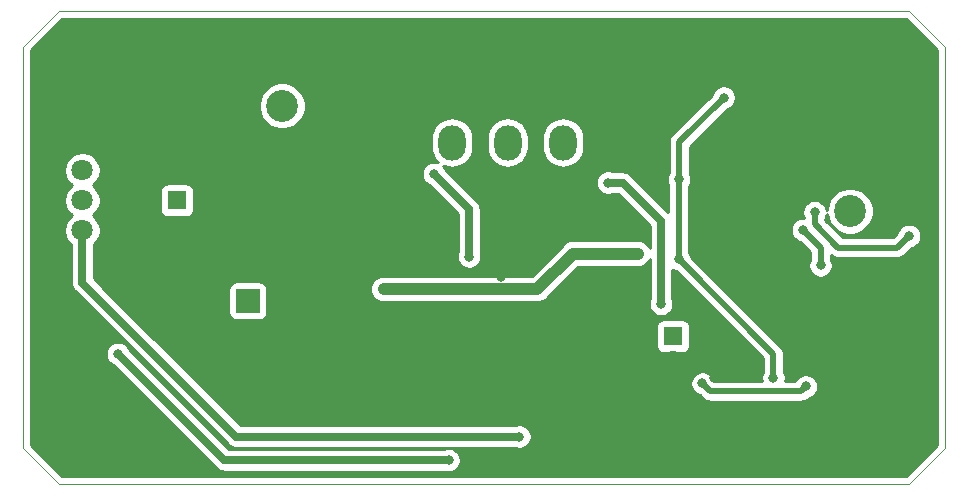
<source format=gbr>
%TF.GenerationSoftware,KiCad,Pcbnew,(5.1.10)-1*%
%TF.CreationDate,2021-05-16T21:49:31+02:00*%
%TF.ProjectId,BatteryBoost,42617474-6572-4794-926f-6f73742e6b69,rev?*%
%TF.SameCoordinates,Original*%
%TF.FileFunction,Copper,L2,Bot*%
%TF.FilePolarity,Positive*%
%FSLAX46Y46*%
G04 Gerber Fmt 4.6, Leading zero omitted, Abs format (unit mm)*
G04 Created by KiCad (PCBNEW (5.1.10)-1) date 2021-05-16 21:49:31*
%MOMM*%
%LPD*%
G01*
G04 APERTURE LIST*
%TA.AperFunction,Profile*%
%ADD10C,0.050000*%
%TD*%
%TA.AperFunction,ComponentPad*%
%ADD11C,1.600000*%
%TD*%
%TA.AperFunction,ComponentPad*%
%ADD12R,1.600000X1.600000*%
%TD*%
%TA.AperFunction,ComponentPad*%
%ADD13C,2.000000*%
%TD*%
%TA.AperFunction,ComponentPad*%
%ADD14R,2.000000X2.000000*%
%TD*%
%TA.AperFunction,ComponentPad*%
%ADD15O,2.300000X3.000000*%
%TD*%
%TA.AperFunction,ComponentPad*%
%ADD16C,2.700000*%
%TD*%
%TA.AperFunction,ComponentPad*%
%ADD17O,1.100000X1.800000*%
%TD*%
%TA.AperFunction,ComponentPad*%
%ADD18C,1.290000*%
%TD*%
%TA.AperFunction,ComponentPad*%
%ADD19C,1.800000*%
%TD*%
%TA.AperFunction,ConnectorPad*%
%ADD20C,5.600000*%
%TD*%
%TA.AperFunction,ComponentPad*%
%ADD21C,3.600000*%
%TD*%
%TA.AperFunction,ViaPad*%
%ADD22C,0.800000*%
%TD*%
%TA.AperFunction,Conductor*%
%ADD23C,0.500000*%
%TD*%
%TA.AperFunction,Conductor*%
%ADD24C,1.000000*%
%TD*%
%TA.AperFunction,Conductor*%
%ADD25C,0.650000*%
%TD*%
%TA.AperFunction,Conductor*%
%ADD26C,0.254000*%
%TD*%
%TA.AperFunction,Conductor*%
%ADD27C,0.100000*%
%TD*%
G04 APERTURE END LIST*
D10*
X3000000Y-40000000D02*
X0Y-37000000D01*
X78000000Y-37000000D02*
X75000000Y-40000000D01*
X75000000Y0D02*
X78000000Y-3000000D01*
X0Y-3000000D02*
X3000000Y0D01*
X78000000Y-37000000D02*
X78000000Y-3000000D01*
X3000000Y-40000000D02*
X75000000Y-40000000D01*
X75000000Y0D02*
X3000000Y0D01*
X0Y-3000000D02*
X0Y-37000000D01*
D11*
%TO.P,C1,2*%
%TO.N,GND*%
X55000000Y-29500000D03*
D12*
%TO.P,C1,1*%
%TO.N,Net-(C1-Pad1)*%
X55000000Y-27500000D03*
%TD*%
D11*
%TO.P,C6,2*%
%TO.N,GND*%
X11000000Y-16000000D03*
D12*
%TO.P,C6,1*%
%TO.N,+24V*%
X13000000Y-16000000D03*
%TD*%
D13*
%TO.P,C4,2*%
%TO.N,GND*%
X14000000Y-24500000D03*
D14*
%TO.P,C4,1*%
%TO.N,Net-(C4-Pad1)*%
X19000000Y-24500000D03*
%TD*%
D15*
%TO.P,SW1,1*%
%TO.N,Net-(C1-Pad1)*%
X36300000Y-11100000D03*
%TO.P,SW1,2*%
%TO.N,SMPS_Pwr*%
X41000000Y-11100000D03*
%TO.P,SW1,3*%
%TO.N,Net-(SW1-Pad3)*%
X45700000Y-11100000D03*
%TD*%
D16*
%TO.P,J6,1*%
%TO.N,Net-(J6-Pad1)*%
X70000000Y-16905000D03*
%TO.P,J6,2*%
%TO.N,GND*%
X70000000Y-13095000D03*
%TD*%
%TO.P,J7,2*%
%TO.N,GND*%
X18095000Y-8000000D03*
%TO.P,J7,1*%
%TO.N,+24V*%
X21905000Y-8000000D03*
%TD*%
D17*
%TO.P,J5,6*%
%TO.N,GND*%
X54400000Y-2200000D03*
D18*
X55575000Y-5000000D03*
X60425000Y-5000000D03*
D17*
X54400000Y-2200000D03*
X61600000Y-2200000D03*
%TD*%
D19*
%TO.P,RV1,3*%
%TO.N,Net-(R7-Pad1)*%
X5000000Y-13460000D03*
%TO.P,RV1,2*%
%TO.N,Net-(R3-Pad2)*%
X5000000Y-16000000D03*
%TO.P,RV1,1*%
%TO.N,Net-(R6-Pad1)*%
X5000000Y-18540000D03*
%TD*%
D20*
%TO.P,J4,1*%
%TO.N,GND*%
X5000000Y-35000000D03*
D21*
X5000000Y-35000000D03*
%TD*%
D20*
%TO.P,J3,1*%
%TO.N,GND*%
X73000000Y-5000000D03*
D21*
X73000000Y-5000000D03*
%TD*%
D20*
%TO.P,J2,1*%
%TO.N,GND*%
X73000000Y-35000000D03*
D21*
X73000000Y-35000000D03*
%TD*%
D20*
%TO.P,J1,1*%
%TO.N,GND*%
X5000000Y-5000000D03*
D21*
X5000000Y-5000000D03*
%TD*%
D22*
%TO.N,GND*%
X40400000Y-22475000D03*
X53500000Y-9250000D03*
X67000000Y-3750000D03*
X42750000Y-27750000D03*
X26250000Y-3250000D03*
X58500000Y-31000000D03*
X63500000Y-15000000D03*
X54000000Y-16000000D03*
%TO.N,+5V*%
X59300000Y-7300000D03*
X63500000Y-31000000D03*
X55525000Y-14225000D03*
X55500000Y-21000000D03*
%TO.N,VBATT*%
X66250000Y-31750000D03*
X57500000Y-31500000D03*
%TO.N,Net-(L1-Pad2)*%
X52000000Y-20500000D03*
X30500000Y-23500000D03*
%TO.N,Net-(D3-Pad1)*%
X67000000Y-17000000D03*
X75000000Y-19000000D03*
%TO.N,Net-(C4-Pad1)*%
X37750000Y-20750000D03*
X34750000Y-13750000D03*
%TO.N,Net-(R3-Pad2)*%
X8000000Y-29000000D03*
X36000000Y-38000000D03*
%TO.N,Net-(R6-Pad1)*%
X42000000Y-36000000D03*
%TO.N,Net-(D1-Pad1)*%
X67500000Y-21500000D03*
X66000000Y-18500000D03*
%TO.N,SMPS_Pwr*%
X49500000Y-14500000D03*
X54000000Y-24750000D03*
%TD*%
D23*
%TO.N,+5V*%
X55525000Y-14225000D02*
X55525000Y-11075000D01*
X55525000Y-11075000D02*
X59300000Y-7300000D01*
X55500000Y-21000000D02*
X55500000Y-14250000D01*
X63500000Y-29000000D02*
X55500000Y-21000000D01*
X55500000Y-14250000D02*
X55525000Y-14225000D01*
X63500000Y-31000000D02*
X63500000Y-29000000D01*
%TO.N,VBATT*%
X65850001Y-32149999D02*
X58149999Y-32149999D01*
X66250000Y-31750000D02*
X65850001Y-32149999D01*
X58149999Y-32149999D02*
X57500000Y-31500000D01*
D24*
%TO.N,Net-(L1-Pad2)*%
X52000000Y-20500000D02*
X46500000Y-20500000D01*
X46500000Y-20500000D02*
X43500000Y-23500000D01*
X43500000Y-23500000D02*
X30500000Y-23500000D01*
D23*
%TO.N,Net-(D3-Pad1)*%
X67000000Y-17000000D02*
X67000000Y-18000000D01*
X67000000Y-18000000D02*
X69000000Y-20000000D01*
X74000000Y-20000000D02*
X75000000Y-19000000D01*
X69000000Y-20000000D02*
X74000000Y-20000000D01*
D25*
%TO.N,Net-(C4-Pad1)*%
X37750000Y-16750000D02*
X37750000Y-20750000D01*
X34750000Y-13750000D02*
X37750000Y-16750000D01*
%TO.N,Net-(R3-Pad2)*%
X36000000Y-38000000D02*
X17000000Y-38000000D01*
X17000000Y-38000000D02*
X8000000Y-29000000D01*
%TO.N,Net-(R6-Pad1)*%
X18000000Y-36000000D02*
X42000000Y-36000000D01*
X5000000Y-23000000D02*
X18000000Y-36000000D01*
X5000000Y-18540000D02*
X5000000Y-23000000D01*
D23*
%TO.N,Net-(D1-Pad1)*%
X67500000Y-20000000D02*
X66000000Y-18500000D01*
X67500000Y-21500000D02*
X67500000Y-20000000D01*
D25*
%TO.N,SMPS_Pwr*%
X49500000Y-14500000D02*
X50750000Y-14500000D01*
X50750000Y-14500000D02*
X54000000Y-17750000D01*
X54000000Y-17750000D02*
X54000000Y-24750000D01*
%TD*%
D26*
%TO.N,GND*%
X77340001Y-3273382D02*
X77340000Y-36726619D01*
X74726620Y-39340000D01*
X3273381Y-39340000D01*
X660000Y-36726620D01*
X660000Y-28898061D01*
X6965000Y-28898061D01*
X6965000Y-29101939D01*
X7004774Y-29301898D01*
X7082795Y-29490256D01*
X7196063Y-29659774D01*
X7340226Y-29803937D01*
X7509744Y-29917205D01*
X7594787Y-29952431D01*
X16287829Y-38645474D01*
X16317893Y-38682107D01*
X16354526Y-38712171D01*
X16464071Y-38802073D01*
X16630846Y-38891216D01*
X16811807Y-38946110D01*
X16952838Y-38960000D01*
X16952847Y-38960000D01*
X16999999Y-38964644D01*
X17047151Y-38960000D01*
X35613060Y-38960000D01*
X35698102Y-38995226D01*
X35898061Y-39035000D01*
X36101939Y-39035000D01*
X36301898Y-38995226D01*
X36490256Y-38917205D01*
X36659774Y-38803937D01*
X36803937Y-38659774D01*
X36917205Y-38490256D01*
X36995226Y-38301898D01*
X37035000Y-38101939D01*
X37035000Y-37898061D01*
X36995226Y-37698102D01*
X36917205Y-37509744D01*
X36803937Y-37340226D01*
X36659774Y-37196063D01*
X36490256Y-37082795D01*
X36301898Y-37004774D01*
X36101939Y-36965000D01*
X35898061Y-36965000D01*
X35698102Y-37004774D01*
X35613060Y-37040000D01*
X17397645Y-37040000D01*
X8952431Y-28594787D01*
X8917205Y-28509744D01*
X8803937Y-28340226D01*
X8659774Y-28196063D01*
X8490256Y-28082795D01*
X8301898Y-28004774D01*
X8101939Y-27965000D01*
X7898061Y-27965000D01*
X7698102Y-28004774D01*
X7509744Y-28082795D01*
X7340226Y-28196063D01*
X7196063Y-28340226D01*
X7082795Y-28509744D01*
X7004774Y-28698102D01*
X6965000Y-28898061D01*
X660000Y-28898061D01*
X660000Y-13308816D01*
X3465000Y-13308816D01*
X3465000Y-13611184D01*
X3523989Y-13907743D01*
X3639701Y-14187095D01*
X3807688Y-14438505D01*
X4021495Y-14652312D01*
X4137763Y-14730000D01*
X4021495Y-14807688D01*
X3807688Y-15021495D01*
X3639701Y-15272905D01*
X3523989Y-15552257D01*
X3465000Y-15848816D01*
X3465000Y-16151184D01*
X3523989Y-16447743D01*
X3639701Y-16727095D01*
X3807688Y-16978505D01*
X4021495Y-17192312D01*
X4137763Y-17270000D01*
X4021495Y-17347688D01*
X3807688Y-17561495D01*
X3639701Y-17812905D01*
X3523989Y-18092257D01*
X3465000Y-18388816D01*
X3465000Y-18691184D01*
X3523989Y-18987743D01*
X3639701Y-19267095D01*
X3807688Y-19518505D01*
X4021495Y-19732312D01*
X4040000Y-19744677D01*
X4040001Y-22952838D01*
X4035356Y-23000000D01*
X4053891Y-23188192D01*
X4108784Y-23369153D01*
X4197927Y-23535928D01*
X4287829Y-23645473D01*
X4317894Y-23682107D01*
X4354527Y-23712171D01*
X17287829Y-36645474D01*
X17317893Y-36682107D01*
X17354525Y-36712170D01*
X17464071Y-36802073D01*
X17522163Y-36833124D01*
X17630846Y-36891216D01*
X17811807Y-36946110D01*
X17952838Y-36960000D01*
X17952847Y-36960000D01*
X17999999Y-36964644D01*
X18047151Y-36960000D01*
X41613060Y-36960000D01*
X41698102Y-36995226D01*
X41898061Y-37035000D01*
X42101939Y-37035000D01*
X42301898Y-36995226D01*
X42490256Y-36917205D01*
X42659774Y-36803937D01*
X42803937Y-36659774D01*
X42917205Y-36490256D01*
X42995226Y-36301898D01*
X43035000Y-36101939D01*
X43035000Y-35898061D01*
X42995226Y-35698102D01*
X42917205Y-35509744D01*
X42803937Y-35340226D01*
X42659774Y-35196063D01*
X42490256Y-35082795D01*
X42301898Y-35004774D01*
X42101939Y-34965000D01*
X41898061Y-34965000D01*
X41698102Y-35004774D01*
X41613060Y-35040000D01*
X18397645Y-35040000D01*
X10057645Y-26700000D01*
X53561928Y-26700000D01*
X53561928Y-28300000D01*
X53574188Y-28424482D01*
X53610498Y-28544180D01*
X53669463Y-28654494D01*
X53748815Y-28751185D01*
X53845506Y-28830537D01*
X53955820Y-28889502D01*
X54075518Y-28925812D01*
X54200000Y-28938072D01*
X55800000Y-28938072D01*
X55924482Y-28925812D01*
X56044180Y-28889502D01*
X56154494Y-28830537D01*
X56251185Y-28751185D01*
X56330537Y-28654494D01*
X56389502Y-28544180D01*
X56425812Y-28424482D01*
X56438072Y-28300000D01*
X56438072Y-26700000D01*
X56425812Y-26575518D01*
X56389502Y-26455820D01*
X56330537Y-26345506D01*
X56251185Y-26248815D01*
X56154494Y-26169463D01*
X56044180Y-26110498D01*
X55924482Y-26074188D01*
X55800000Y-26061928D01*
X54200000Y-26061928D01*
X54075518Y-26074188D01*
X53955820Y-26110498D01*
X53845506Y-26169463D01*
X53748815Y-26248815D01*
X53669463Y-26345506D01*
X53610498Y-26455820D01*
X53574188Y-26575518D01*
X53561928Y-26700000D01*
X10057645Y-26700000D01*
X6857645Y-23500000D01*
X17361928Y-23500000D01*
X17361928Y-25500000D01*
X17374188Y-25624482D01*
X17410498Y-25744180D01*
X17469463Y-25854494D01*
X17548815Y-25951185D01*
X17645506Y-26030537D01*
X17755820Y-26089502D01*
X17875518Y-26125812D01*
X18000000Y-26138072D01*
X20000000Y-26138072D01*
X20124482Y-26125812D01*
X20244180Y-26089502D01*
X20354494Y-26030537D01*
X20451185Y-25951185D01*
X20530537Y-25854494D01*
X20589502Y-25744180D01*
X20625812Y-25624482D01*
X20638072Y-25500000D01*
X20638072Y-23500000D01*
X29359509Y-23500000D01*
X29381423Y-23722499D01*
X29446324Y-23936447D01*
X29551716Y-24133623D01*
X29693551Y-24306449D01*
X29866377Y-24448284D01*
X30063553Y-24553676D01*
X30277501Y-24618577D01*
X30444248Y-24635000D01*
X43444249Y-24635000D01*
X43500000Y-24640491D01*
X43555751Y-24635000D01*
X43555752Y-24635000D01*
X43722499Y-24618577D01*
X43936447Y-24553676D01*
X44133623Y-24448284D01*
X44306449Y-24306449D01*
X44341996Y-24263135D01*
X46970133Y-21635000D01*
X52055752Y-21635000D01*
X52222499Y-21618577D01*
X52436447Y-21553676D01*
X52633623Y-21448284D01*
X52806449Y-21306449D01*
X52948284Y-21133623D01*
X53040000Y-20962032D01*
X53040001Y-24363057D01*
X53004774Y-24448102D01*
X52965000Y-24648061D01*
X52965000Y-24851939D01*
X53004774Y-25051898D01*
X53082795Y-25240256D01*
X53196063Y-25409774D01*
X53340226Y-25553937D01*
X53509744Y-25667205D01*
X53698102Y-25745226D01*
X53898061Y-25785000D01*
X54101939Y-25785000D01*
X54301898Y-25745226D01*
X54490256Y-25667205D01*
X54659774Y-25553937D01*
X54803937Y-25409774D01*
X54917205Y-25240256D01*
X54995226Y-25051898D01*
X55035000Y-24851939D01*
X55035000Y-24648061D01*
X54995226Y-24448102D01*
X54960000Y-24363060D01*
X54960000Y-21883967D01*
X55009744Y-21917205D01*
X55198102Y-21995226D01*
X55254957Y-22006535D01*
X62615001Y-29366580D01*
X62615000Y-30461545D01*
X62582795Y-30509744D01*
X62504774Y-30698102D01*
X62465000Y-30898061D01*
X62465000Y-31101939D01*
X62497434Y-31264999D01*
X58516578Y-31264999D01*
X58506535Y-31254956D01*
X58495226Y-31198102D01*
X58417205Y-31009744D01*
X58303937Y-30840226D01*
X58159774Y-30696063D01*
X57990256Y-30582795D01*
X57801898Y-30504774D01*
X57601939Y-30465000D01*
X57398061Y-30465000D01*
X57198102Y-30504774D01*
X57009744Y-30582795D01*
X56840226Y-30696063D01*
X56696063Y-30840226D01*
X56582795Y-31009744D01*
X56504774Y-31198102D01*
X56465000Y-31398061D01*
X56465000Y-31601939D01*
X56504774Y-31801898D01*
X56582795Y-31990256D01*
X56696063Y-32159774D01*
X56840226Y-32303937D01*
X57009744Y-32417205D01*
X57198102Y-32495226D01*
X57254956Y-32506535D01*
X57493469Y-32745048D01*
X57521182Y-32778816D01*
X57554950Y-32806529D01*
X57554952Y-32806531D01*
X57626451Y-32865209D01*
X57655940Y-32889410D01*
X57809686Y-32971588D01*
X57976509Y-33022194D01*
X58106522Y-33034999D01*
X58106532Y-33034999D01*
X58149998Y-33039280D01*
X58193464Y-33034999D01*
X65806532Y-33034999D01*
X65850001Y-33039280D01*
X65893470Y-33034999D01*
X65893478Y-33034999D01*
X66023491Y-33022194D01*
X66190314Y-32971588D01*
X66344060Y-32889410D01*
X66478818Y-32778816D01*
X66497506Y-32756045D01*
X66551898Y-32745226D01*
X66740256Y-32667205D01*
X66909774Y-32553937D01*
X67053937Y-32409774D01*
X67167205Y-32240256D01*
X67245226Y-32051898D01*
X67285000Y-31851939D01*
X67285000Y-31648061D01*
X67245226Y-31448102D01*
X67167205Y-31259744D01*
X67053937Y-31090226D01*
X66909774Y-30946063D01*
X66740256Y-30832795D01*
X66551898Y-30754774D01*
X66351939Y-30715000D01*
X66148061Y-30715000D01*
X65948102Y-30754774D01*
X65759744Y-30832795D01*
X65590226Y-30946063D01*
X65446063Y-31090226D01*
X65332795Y-31259744D01*
X65330618Y-31264999D01*
X64502566Y-31264999D01*
X64535000Y-31101939D01*
X64535000Y-30898061D01*
X64495226Y-30698102D01*
X64417205Y-30509744D01*
X64385000Y-30461546D01*
X64385000Y-29043465D01*
X64389281Y-28999999D01*
X64385000Y-28956533D01*
X64385000Y-28956523D01*
X64372195Y-28826510D01*
X64321589Y-28659687D01*
X64239411Y-28505941D01*
X64128817Y-28371183D01*
X64095049Y-28343470D01*
X56506535Y-20754957D01*
X56495226Y-20698102D01*
X56417205Y-20509744D01*
X56385000Y-20461546D01*
X56385000Y-18398061D01*
X64965000Y-18398061D01*
X64965000Y-18601939D01*
X65004774Y-18801898D01*
X65082795Y-18990256D01*
X65196063Y-19159774D01*
X65340226Y-19303937D01*
X65509744Y-19417205D01*
X65698102Y-19495226D01*
X65754957Y-19506535D01*
X66615001Y-20366580D01*
X66615000Y-20961545D01*
X66582795Y-21009744D01*
X66504774Y-21198102D01*
X66465000Y-21398061D01*
X66465000Y-21601939D01*
X66504774Y-21801898D01*
X66582795Y-21990256D01*
X66696063Y-22159774D01*
X66840226Y-22303937D01*
X67009744Y-22417205D01*
X67198102Y-22495226D01*
X67398061Y-22535000D01*
X67601939Y-22535000D01*
X67801898Y-22495226D01*
X67990256Y-22417205D01*
X68159774Y-22303937D01*
X68303937Y-22159774D01*
X68417205Y-21990256D01*
X68495226Y-21801898D01*
X68535000Y-21601939D01*
X68535000Y-21398061D01*
X68495226Y-21198102D01*
X68417205Y-21009744D01*
X68385000Y-20961546D01*
X68385000Y-20640156D01*
X68404951Y-20656530D01*
X68404953Y-20656532D01*
X68453122Y-20696063D01*
X68505941Y-20739411D01*
X68659687Y-20821589D01*
X68826510Y-20872195D01*
X68956523Y-20885000D01*
X68956533Y-20885000D01*
X68999999Y-20889281D01*
X69043465Y-20885000D01*
X73956531Y-20885000D01*
X74000000Y-20889281D01*
X74043469Y-20885000D01*
X74043477Y-20885000D01*
X74173490Y-20872195D01*
X74340313Y-20821589D01*
X74494059Y-20739411D01*
X74628817Y-20628817D01*
X74656534Y-20595044D01*
X75245044Y-20006535D01*
X75301898Y-19995226D01*
X75490256Y-19917205D01*
X75659774Y-19803937D01*
X75803937Y-19659774D01*
X75917205Y-19490256D01*
X75995226Y-19301898D01*
X76035000Y-19101939D01*
X76035000Y-18898061D01*
X75995226Y-18698102D01*
X75917205Y-18509744D01*
X75803937Y-18340226D01*
X75659774Y-18196063D01*
X75490256Y-18082795D01*
X75301898Y-18004774D01*
X75101939Y-17965000D01*
X74898061Y-17965000D01*
X74698102Y-18004774D01*
X74509744Y-18082795D01*
X74340226Y-18196063D01*
X74196063Y-18340226D01*
X74082795Y-18509744D01*
X74004774Y-18698102D01*
X73993465Y-18754956D01*
X73633422Y-19115000D01*
X69366579Y-19115000D01*
X67885000Y-17633422D01*
X67885000Y-17538454D01*
X67917205Y-17490256D01*
X67995226Y-17301898D01*
X68025143Y-17151496D01*
X68091282Y-17484003D01*
X68240915Y-17845250D01*
X68458149Y-18170364D01*
X68734636Y-18446851D01*
X69059750Y-18664085D01*
X69420997Y-18813718D01*
X69804495Y-18890000D01*
X70195505Y-18890000D01*
X70579003Y-18813718D01*
X70940250Y-18664085D01*
X71265364Y-18446851D01*
X71541851Y-18170364D01*
X71759085Y-17845250D01*
X71908718Y-17484003D01*
X71985000Y-17100505D01*
X71985000Y-16709495D01*
X71908718Y-16325997D01*
X71759085Y-15964750D01*
X71541851Y-15639636D01*
X71265364Y-15363149D01*
X70940250Y-15145915D01*
X70579003Y-14996282D01*
X70195505Y-14920000D01*
X69804495Y-14920000D01*
X69420997Y-14996282D01*
X69059750Y-15145915D01*
X68734636Y-15363149D01*
X68458149Y-15639636D01*
X68240915Y-15964750D01*
X68091282Y-16325997D01*
X68015000Y-16709495D01*
X68015000Y-16797513D01*
X67995226Y-16698102D01*
X67917205Y-16509744D01*
X67803937Y-16340226D01*
X67659774Y-16196063D01*
X67490256Y-16082795D01*
X67301898Y-16004774D01*
X67101939Y-15965000D01*
X66898061Y-15965000D01*
X66698102Y-16004774D01*
X66509744Y-16082795D01*
X66340226Y-16196063D01*
X66196063Y-16340226D01*
X66082795Y-16509744D01*
X66004774Y-16698102D01*
X65965000Y-16898061D01*
X65965000Y-17101939D01*
X66004774Y-17301898D01*
X66072334Y-17465000D01*
X65898061Y-17465000D01*
X65698102Y-17504774D01*
X65509744Y-17582795D01*
X65340226Y-17696063D01*
X65196063Y-17840226D01*
X65082795Y-18009744D01*
X65004774Y-18198102D01*
X64965000Y-18398061D01*
X56385000Y-18398061D01*
X56385000Y-14800870D01*
X56442205Y-14715256D01*
X56520226Y-14526898D01*
X56560000Y-14326939D01*
X56560000Y-14123061D01*
X56520226Y-13923102D01*
X56442205Y-13734744D01*
X56410000Y-13686546D01*
X56410000Y-11441578D01*
X59545044Y-8306535D01*
X59601898Y-8295226D01*
X59790256Y-8217205D01*
X59959774Y-8103937D01*
X60103937Y-7959774D01*
X60217205Y-7790256D01*
X60295226Y-7601898D01*
X60335000Y-7401939D01*
X60335000Y-7198061D01*
X60295226Y-6998102D01*
X60217205Y-6809744D01*
X60103937Y-6640226D01*
X59959774Y-6496063D01*
X59790256Y-6382795D01*
X59601898Y-6304774D01*
X59401939Y-6265000D01*
X59198061Y-6265000D01*
X58998102Y-6304774D01*
X58809744Y-6382795D01*
X58640226Y-6496063D01*
X58496063Y-6640226D01*
X58382795Y-6809744D01*
X58304774Y-6998102D01*
X58293465Y-7054956D01*
X54929951Y-10418470D01*
X54896184Y-10446183D01*
X54868471Y-10479951D01*
X54868468Y-10479954D01*
X54785590Y-10580941D01*
X54703412Y-10734687D01*
X54652805Y-10901510D01*
X54635719Y-11075000D01*
X54640001Y-11118479D01*
X54640000Y-13686545D01*
X54607795Y-13734744D01*
X54529774Y-13923102D01*
X54490000Y-14123061D01*
X54490000Y-14326939D01*
X54529774Y-14526898D01*
X54607795Y-14715256D01*
X54615001Y-14726040D01*
X54615001Y-17007356D01*
X51462175Y-13854531D01*
X51432107Y-13817893D01*
X51285928Y-13697927D01*
X51119154Y-13608784D01*
X50938193Y-13553890D01*
X50797162Y-13540000D01*
X50797152Y-13540000D01*
X50750000Y-13535356D01*
X50702848Y-13540000D01*
X49886940Y-13540000D01*
X49801898Y-13504774D01*
X49601939Y-13465000D01*
X49398061Y-13465000D01*
X49198102Y-13504774D01*
X49009744Y-13582795D01*
X48840226Y-13696063D01*
X48696063Y-13840226D01*
X48582795Y-14009744D01*
X48504774Y-14198102D01*
X48465000Y-14398061D01*
X48465000Y-14601939D01*
X48504774Y-14801898D01*
X48582795Y-14990256D01*
X48696063Y-15159774D01*
X48840226Y-15303937D01*
X49009744Y-15417205D01*
X49198102Y-15495226D01*
X49398061Y-15535000D01*
X49601939Y-15535000D01*
X49801898Y-15495226D01*
X49886940Y-15460000D01*
X50352356Y-15460000D01*
X53040000Y-18147645D01*
X53040000Y-20037967D01*
X52948284Y-19866377D01*
X52806449Y-19693551D01*
X52633623Y-19551716D01*
X52436447Y-19446324D01*
X52222499Y-19381423D01*
X52055752Y-19365000D01*
X46555752Y-19365000D01*
X46500000Y-19359509D01*
X46444248Y-19365000D01*
X46277501Y-19381423D01*
X46063553Y-19446324D01*
X45866377Y-19551716D01*
X45736856Y-19658011D01*
X45736854Y-19658013D01*
X45693551Y-19693551D01*
X45658013Y-19736854D01*
X43029869Y-22365000D01*
X30444248Y-22365000D01*
X30277501Y-22381423D01*
X30063553Y-22446324D01*
X29866377Y-22551716D01*
X29693551Y-22693551D01*
X29551716Y-22866377D01*
X29446324Y-23063553D01*
X29381423Y-23277501D01*
X29359509Y-23500000D01*
X20638072Y-23500000D01*
X20625812Y-23375518D01*
X20589502Y-23255820D01*
X20530537Y-23145506D01*
X20451185Y-23048815D01*
X20354494Y-22969463D01*
X20244180Y-22910498D01*
X20124482Y-22874188D01*
X20000000Y-22861928D01*
X18000000Y-22861928D01*
X17875518Y-22874188D01*
X17755820Y-22910498D01*
X17645506Y-22969463D01*
X17548815Y-23048815D01*
X17469463Y-23145506D01*
X17410498Y-23255820D01*
X17374188Y-23375518D01*
X17361928Y-23500000D01*
X6857645Y-23500000D01*
X5960000Y-22602356D01*
X5960000Y-19744677D01*
X5978505Y-19732312D01*
X6192312Y-19518505D01*
X6360299Y-19267095D01*
X6476011Y-18987743D01*
X6535000Y-18691184D01*
X6535000Y-18388816D01*
X6476011Y-18092257D01*
X6360299Y-17812905D01*
X6192312Y-17561495D01*
X5978505Y-17347688D01*
X5862237Y-17270000D01*
X5978505Y-17192312D01*
X6192312Y-16978505D01*
X6360299Y-16727095D01*
X6476011Y-16447743D01*
X6535000Y-16151184D01*
X6535000Y-15848816D01*
X6476011Y-15552257D01*
X6360299Y-15272905D01*
X6311586Y-15200000D01*
X11561928Y-15200000D01*
X11561928Y-16800000D01*
X11574188Y-16924482D01*
X11610498Y-17044180D01*
X11669463Y-17154494D01*
X11748815Y-17251185D01*
X11845506Y-17330537D01*
X11955820Y-17389502D01*
X12075518Y-17425812D01*
X12200000Y-17438072D01*
X13800000Y-17438072D01*
X13924482Y-17425812D01*
X14044180Y-17389502D01*
X14154494Y-17330537D01*
X14251185Y-17251185D01*
X14330537Y-17154494D01*
X14389502Y-17044180D01*
X14425812Y-16924482D01*
X14438072Y-16800000D01*
X14438072Y-15200000D01*
X14425812Y-15075518D01*
X14389502Y-14955820D01*
X14330537Y-14845506D01*
X14251185Y-14748815D01*
X14154494Y-14669463D01*
X14044180Y-14610498D01*
X13924482Y-14574188D01*
X13800000Y-14561928D01*
X12200000Y-14561928D01*
X12075518Y-14574188D01*
X11955820Y-14610498D01*
X11845506Y-14669463D01*
X11748815Y-14748815D01*
X11669463Y-14845506D01*
X11610498Y-14955820D01*
X11574188Y-15075518D01*
X11561928Y-15200000D01*
X6311586Y-15200000D01*
X6192312Y-15021495D01*
X5978505Y-14807688D01*
X5862237Y-14730000D01*
X5978505Y-14652312D01*
X6192312Y-14438505D01*
X6360299Y-14187095D01*
X6476011Y-13907743D01*
X6527664Y-13648061D01*
X33715000Y-13648061D01*
X33715000Y-13851939D01*
X33754774Y-14051898D01*
X33832795Y-14240256D01*
X33946063Y-14409774D01*
X34090226Y-14553937D01*
X34259744Y-14667205D01*
X34344787Y-14702431D01*
X36790000Y-17147645D01*
X36790001Y-20363057D01*
X36754774Y-20448102D01*
X36715000Y-20648061D01*
X36715000Y-20851939D01*
X36754774Y-21051898D01*
X36832795Y-21240256D01*
X36946063Y-21409774D01*
X37090226Y-21553937D01*
X37259744Y-21667205D01*
X37448102Y-21745226D01*
X37648061Y-21785000D01*
X37851939Y-21785000D01*
X38051898Y-21745226D01*
X38240256Y-21667205D01*
X38409774Y-21553937D01*
X38553937Y-21409774D01*
X38667205Y-21240256D01*
X38745226Y-21051898D01*
X38785000Y-20851939D01*
X38785000Y-20648061D01*
X38745226Y-20448102D01*
X38710000Y-20363060D01*
X38710000Y-16797160D01*
X38714645Y-16750000D01*
X38710000Y-16702838D01*
X38696110Y-16561807D01*
X38641216Y-16380846D01*
X38619504Y-16340226D01*
X38552073Y-16214071D01*
X38462171Y-16104526D01*
X38432107Y-16067893D01*
X38395474Y-16037829D01*
X35702431Y-13344787D01*
X35667205Y-13259744D01*
X35553937Y-13090226D01*
X35521679Y-13057968D01*
X35613606Y-13107104D01*
X35950080Y-13209172D01*
X36300000Y-13243636D01*
X36649921Y-13209172D01*
X36986395Y-13107104D01*
X37296491Y-12941354D01*
X37568292Y-12718292D01*
X37791354Y-12446491D01*
X37957104Y-12136395D01*
X38059172Y-11799921D01*
X38085000Y-11537682D01*
X38085000Y-10662318D01*
X39215000Y-10662318D01*
X39215000Y-11537683D01*
X39240828Y-11799921D01*
X39342896Y-12136395D01*
X39508646Y-12446491D01*
X39731709Y-12718292D01*
X40003510Y-12941354D01*
X40313606Y-13107104D01*
X40650080Y-13209172D01*
X41000000Y-13243636D01*
X41349921Y-13209172D01*
X41686395Y-13107104D01*
X41996491Y-12941354D01*
X42268292Y-12718292D01*
X42491354Y-12446491D01*
X42657104Y-12136395D01*
X42759172Y-11799921D01*
X42785000Y-11537682D01*
X42785000Y-10662318D01*
X43915000Y-10662318D01*
X43915000Y-11537683D01*
X43940828Y-11799921D01*
X44042896Y-12136395D01*
X44208646Y-12446491D01*
X44431709Y-12718292D01*
X44703510Y-12941354D01*
X45013606Y-13107104D01*
X45350080Y-13209172D01*
X45700000Y-13243636D01*
X46049921Y-13209172D01*
X46386395Y-13107104D01*
X46696491Y-12941354D01*
X46968292Y-12718292D01*
X47191354Y-12446491D01*
X47357104Y-12136395D01*
X47459172Y-11799921D01*
X47485000Y-11537682D01*
X47485000Y-10662317D01*
X47459172Y-10400079D01*
X47357104Y-10063605D01*
X47191354Y-9753509D01*
X46968292Y-9481708D01*
X46696490Y-9258646D01*
X46386394Y-9092896D01*
X46049920Y-8990828D01*
X45700000Y-8956364D01*
X45350079Y-8990828D01*
X45013605Y-9092896D01*
X44703509Y-9258646D01*
X44431708Y-9481708D01*
X44208646Y-9753510D01*
X44042896Y-10063606D01*
X43940828Y-10400080D01*
X43915000Y-10662318D01*
X42785000Y-10662318D01*
X42785000Y-10662317D01*
X42759172Y-10400079D01*
X42657104Y-10063605D01*
X42491354Y-9753509D01*
X42268292Y-9481708D01*
X41996490Y-9258646D01*
X41686394Y-9092896D01*
X41349920Y-8990828D01*
X41000000Y-8956364D01*
X40650079Y-8990828D01*
X40313605Y-9092896D01*
X40003509Y-9258646D01*
X39731708Y-9481708D01*
X39508646Y-9753510D01*
X39342896Y-10063606D01*
X39240828Y-10400080D01*
X39215000Y-10662318D01*
X38085000Y-10662318D01*
X38085000Y-10662317D01*
X38059172Y-10400079D01*
X37957104Y-10063605D01*
X37791354Y-9753509D01*
X37568292Y-9481708D01*
X37296490Y-9258646D01*
X36986394Y-9092896D01*
X36649920Y-8990828D01*
X36300000Y-8956364D01*
X35950079Y-8990828D01*
X35613605Y-9092896D01*
X35303509Y-9258646D01*
X35031708Y-9481708D01*
X34808646Y-9753510D01*
X34642896Y-10063606D01*
X34540828Y-10400080D01*
X34515000Y-10662318D01*
X34515000Y-11537683D01*
X34540828Y-11799921D01*
X34642896Y-12136395D01*
X34808646Y-12446491D01*
X35031709Y-12718292D01*
X35100889Y-12775067D01*
X35051898Y-12754774D01*
X34851939Y-12715000D01*
X34648061Y-12715000D01*
X34448102Y-12754774D01*
X34259744Y-12832795D01*
X34090226Y-12946063D01*
X33946063Y-13090226D01*
X33832795Y-13259744D01*
X33754774Y-13448102D01*
X33715000Y-13648061D01*
X6527664Y-13648061D01*
X6535000Y-13611184D01*
X6535000Y-13308816D01*
X6476011Y-13012257D01*
X6360299Y-12732905D01*
X6192312Y-12481495D01*
X5978505Y-12267688D01*
X5727095Y-12099701D01*
X5447743Y-11983989D01*
X5151184Y-11925000D01*
X4848816Y-11925000D01*
X4552257Y-11983989D01*
X4272905Y-12099701D01*
X4021495Y-12267688D01*
X3807688Y-12481495D01*
X3639701Y-12732905D01*
X3523989Y-13012257D01*
X3465000Y-13308816D01*
X660000Y-13308816D01*
X660000Y-7804495D01*
X19920000Y-7804495D01*
X19920000Y-8195505D01*
X19996282Y-8579003D01*
X20145915Y-8940250D01*
X20363149Y-9265364D01*
X20639636Y-9541851D01*
X20964750Y-9759085D01*
X21325997Y-9908718D01*
X21709495Y-9985000D01*
X22100505Y-9985000D01*
X22484003Y-9908718D01*
X22845250Y-9759085D01*
X23170364Y-9541851D01*
X23446851Y-9265364D01*
X23664085Y-8940250D01*
X23813718Y-8579003D01*
X23890000Y-8195505D01*
X23890000Y-7804495D01*
X23813718Y-7420997D01*
X23664085Y-7059750D01*
X23446851Y-6734636D01*
X23170364Y-6458149D01*
X22845250Y-6240915D01*
X22484003Y-6091282D01*
X22100505Y-6015000D01*
X21709495Y-6015000D01*
X21325997Y-6091282D01*
X20964750Y-6240915D01*
X20639636Y-6458149D01*
X20363149Y-6734636D01*
X20145915Y-7059750D01*
X19996282Y-7420997D01*
X19920000Y-7804495D01*
X660000Y-7804495D01*
X660000Y-3273380D01*
X3273381Y-660000D01*
X74726620Y-660000D01*
X77340001Y-3273382D01*
%TA.AperFunction,Conductor*%
D27*
G36*
X77340001Y-3273382D02*
G01*
X77340000Y-36726619D01*
X74726620Y-39340000D01*
X3273381Y-39340000D01*
X660000Y-36726620D01*
X660000Y-28898061D01*
X6965000Y-28898061D01*
X6965000Y-29101939D01*
X7004774Y-29301898D01*
X7082795Y-29490256D01*
X7196063Y-29659774D01*
X7340226Y-29803937D01*
X7509744Y-29917205D01*
X7594787Y-29952431D01*
X16287829Y-38645474D01*
X16317893Y-38682107D01*
X16354526Y-38712171D01*
X16464071Y-38802073D01*
X16630846Y-38891216D01*
X16811807Y-38946110D01*
X16952838Y-38960000D01*
X16952847Y-38960000D01*
X16999999Y-38964644D01*
X17047151Y-38960000D01*
X35613060Y-38960000D01*
X35698102Y-38995226D01*
X35898061Y-39035000D01*
X36101939Y-39035000D01*
X36301898Y-38995226D01*
X36490256Y-38917205D01*
X36659774Y-38803937D01*
X36803937Y-38659774D01*
X36917205Y-38490256D01*
X36995226Y-38301898D01*
X37035000Y-38101939D01*
X37035000Y-37898061D01*
X36995226Y-37698102D01*
X36917205Y-37509744D01*
X36803937Y-37340226D01*
X36659774Y-37196063D01*
X36490256Y-37082795D01*
X36301898Y-37004774D01*
X36101939Y-36965000D01*
X35898061Y-36965000D01*
X35698102Y-37004774D01*
X35613060Y-37040000D01*
X17397645Y-37040000D01*
X8952431Y-28594787D01*
X8917205Y-28509744D01*
X8803937Y-28340226D01*
X8659774Y-28196063D01*
X8490256Y-28082795D01*
X8301898Y-28004774D01*
X8101939Y-27965000D01*
X7898061Y-27965000D01*
X7698102Y-28004774D01*
X7509744Y-28082795D01*
X7340226Y-28196063D01*
X7196063Y-28340226D01*
X7082795Y-28509744D01*
X7004774Y-28698102D01*
X6965000Y-28898061D01*
X660000Y-28898061D01*
X660000Y-13308816D01*
X3465000Y-13308816D01*
X3465000Y-13611184D01*
X3523989Y-13907743D01*
X3639701Y-14187095D01*
X3807688Y-14438505D01*
X4021495Y-14652312D01*
X4137763Y-14730000D01*
X4021495Y-14807688D01*
X3807688Y-15021495D01*
X3639701Y-15272905D01*
X3523989Y-15552257D01*
X3465000Y-15848816D01*
X3465000Y-16151184D01*
X3523989Y-16447743D01*
X3639701Y-16727095D01*
X3807688Y-16978505D01*
X4021495Y-17192312D01*
X4137763Y-17270000D01*
X4021495Y-17347688D01*
X3807688Y-17561495D01*
X3639701Y-17812905D01*
X3523989Y-18092257D01*
X3465000Y-18388816D01*
X3465000Y-18691184D01*
X3523989Y-18987743D01*
X3639701Y-19267095D01*
X3807688Y-19518505D01*
X4021495Y-19732312D01*
X4040000Y-19744677D01*
X4040001Y-22952838D01*
X4035356Y-23000000D01*
X4053891Y-23188192D01*
X4108784Y-23369153D01*
X4197927Y-23535928D01*
X4287829Y-23645473D01*
X4317894Y-23682107D01*
X4354527Y-23712171D01*
X17287829Y-36645474D01*
X17317893Y-36682107D01*
X17354525Y-36712170D01*
X17464071Y-36802073D01*
X17522163Y-36833124D01*
X17630846Y-36891216D01*
X17811807Y-36946110D01*
X17952838Y-36960000D01*
X17952847Y-36960000D01*
X17999999Y-36964644D01*
X18047151Y-36960000D01*
X41613060Y-36960000D01*
X41698102Y-36995226D01*
X41898061Y-37035000D01*
X42101939Y-37035000D01*
X42301898Y-36995226D01*
X42490256Y-36917205D01*
X42659774Y-36803937D01*
X42803937Y-36659774D01*
X42917205Y-36490256D01*
X42995226Y-36301898D01*
X43035000Y-36101939D01*
X43035000Y-35898061D01*
X42995226Y-35698102D01*
X42917205Y-35509744D01*
X42803937Y-35340226D01*
X42659774Y-35196063D01*
X42490256Y-35082795D01*
X42301898Y-35004774D01*
X42101939Y-34965000D01*
X41898061Y-34965000D01*
X41698102Y-35004774D01*
X41613060Y-35040000D01*
X18397645Y-35040000D01*
X10057645Y-26700000D01*
X53561928Y-26700000D01*
X53561928Y-28300000D01*
X53574188Y-28424482D01*
X53610498Y-28544180D01*
X53669463Y-28654494D01*
X53748815Y-28751185D01*
X53845506Y-28830537D01*
X53955820Y-28889502D01*
X54075518Y-28925812D01*
X54200000Y-28938072D01*
X55800000Y-28938072D01*
X55924482Y-28925812D01*
X56044180Y-28889502D01*
X56154494Y-28830537D01*
X56251185Y-28751185D01*
X56330537Y-28654494D01*
X56389502Y-28544180D01*
X56425812Y-28424482D01*
X56438072Y-28300000D01*
X56438072Y-26700000D01*
X56425812Y-26575518D01*
X56389502Y-26455820D01*
X56330537Y-26345506D01*
X56251185Y-26248815D01*
X56154494Y-26169463D01*
X56044180Y-26110498D01*
X55924482Y-26074188D01*
X55800000Y-26061928D01*
X54200000Y-26061928D01*
X54075518Y-26074188D01*
X53955820Y-26110498D01*
X53845506Y-26169463D01*
X53748815Y-26248815D01*
X53669463Y-26345506D01*
X53610498Y-26455820D01*
X53574188Y-26575518D01*
X53561928Y-26700000D01*
X10057645Y-26700000D01*
X6857645Y-23500000D01*
X17361928Y-23500000D01*
X17361928Y-25500000D01*
X17374188Y-25624482D01*
X17410498Y-25744180D01*
X17469463Y-25854494D01*
X17548815Y-25951185D01*
X17645506Y-26030537D01*
X17755820Y-26089502D01*
X17875518Y-26125812D01*
X18000000Y-26138072D01*
X20000000Y-26138072D01*
X20124482Y-26125812D01*
X20244180Y-26089502D01*
X20354494Y-26030537D01*
X20451185Y-25951185D01*
X20530537Y-25854494D01*
X20589502Y-25744180D01*
X20625812Y-25624482D01*
X20638072Y-25500000D01*
X20638072Y-23500000D01*
X29359509Y-23500000D01*
X29381423Y-23722499D01*
X29446324Y-23936447D01*
X29551716Y-24133623D01*
X29693551Y-24306449D01*
X29866377Y-24448284D01*
X30063553Y-24553676D01*
X30277501Y-24618577D01*
X30444248Y-24635000D01*
X43444249Y-24635000D01*
X43500000Y-24640491D01*
X43555751Y-24635000D01*
X43555752Y-24635000D01*
X43722499Y-24618577D01*
X43936447Y-24553676D01*
X44133623Y-24448284D01*
X44306449Y-24306449D01*
X44341996Y-24263135D01*
X46970133Y-21635000D01*
X52055752Y-21635000D01*
X52222499Y-21618577D01*
X52436447Y-21553676D01*
X52633623Y-21448284D01*
X52806449Y-21306449D01*
X52948284Y-21133623D01*
X53040000Y-20962032D01*
X53040001Y-24363057D01*
X53004774Y-24448102D01*
X52965000Y-24648061D01*
X52965000Y-24851939D01*
X53004774Y-25051898D01*
X53082795Y-25240256D01*
X53196063Y-25409774D01*
X53340226Y-25553937D01*
X53509744Y-25667205D01*
X53698102Y-25745226D01*
X53898061Y-25785000D01*
X54101939Y-25785000D01*
X54301898Y-25745226D01*
X54490256Y-25667205D01*
X54659774Y-25553937D01*
X54803937Y-25409774D01*
X54917205Y-25240256D01*
X54995226Y-25051898D01*
X55035000Y-24851939D01*
X55035000Y-24648061D01*
X54995226Y-24448102D01*
X54960000Y-24363060D01*
X54960000Y-21883967D01*
X55009744Y-21917205D01*
X55198102Y-21995226D01*
X55254957Y-22006535D01*
X62615001Y-29366580D01*
X62615000Y-30461545D01*
X62582795Y-30509744D01*
X62504774Y-30698102D01*
X62465000Y-30898061D01*
X62465000Y-31101939D01*
X62497434Y-31264999D01*
X58516578Y-31264999D01*
X58506535Y-31254956D01*
X58495226Y-31198102D01*
X58417205Y-31009744D01*
X58303937Y-30840226D01*
X58159774Y-30696063D01*
X57990256Y-30582795D01*
X57801898Y-30504774D01*
X57601939Y-30465000D01*
X57398061Y-30465000D01*
X57198102Y-30504774D01*
X57009744Y-30582795D01*
X56840226Y-30696063D01*
X56696063Y-30840226D01*
X56582795Y-31009744D01*
X56504774Y-31198102D01*
X56465000Y-31398061D01*
X56465000Y-31601939D01*
X56504774Y-31801898D01*
X56582795Y-31990256D01*
X56696063Y-32159774D01*
X56840226Y-32303937D01*
X57009744Y-32417205D01*
X57198102Y-32495226D01*
X57254956Y-32506535D01*
X57493469Y-32745048D01*
X57521182Y-32778816D01*
X57554950Y-32806529D01*
X57554952Y-32806531D01*
X57626451Y-32865209D01*
X57655940Y-32889410D01*
X57809686Y-32971588D01*
X57976509Y-33022194D01*
X58106522Y-33034999D01*
X58106532Y-33034999D01*
X58149998Y-33039280D01*
X58193464Y-33034999D01*
X65806532Y-33034999D01*
X65850001Y-33039280D01*
X65893470Y-33034999D01*
X65893478Y-33034999D01*
X66023491Y-33022194D01*
X66190314Y-32971588D01*
X66344060Y-32889410D01*
X66478818Y-32778816D01*
X66497506Y-32756045D01*
X66551898Y-32745226D01*
X66740256Y-32667205D01*
X66909774Y-32553937D01*
X67053937Y-32409774D01*
X67167205Y-32240256D01*
X67245226Y-32051898D01*
X67285000Y-31851939D01*
X67285000Y-31648061D01*
X67245226Y-31448102D01*
X67167205Y-31259744D01*
X67053937Y-31090226D01*
X66909774Y-30946063D01*
X66740256Y-30832795D01*
X66551898Y-30754774D01*
X66351939Y-30715000D01*
X66148061Y-30715000D01*
X65948102Y-30754774D01*
X65759744Y-30832795D01*
X65590226Y-30946063D01*
X65446063Y-31090226D01*
X65332795Y-31259744D01*
X65330618Y-31264999D01*
X64502566Y-31264999D01*
X64535000Y-31101939D01*
X64535000Y-30898061D01*
X64495226Y-30698102D01*
X64417205Y-30509744D01*
X64385000Y-30461546D01*
X64385000Y-29043465D01*
X64389281Y-28999999D01*
X64385000Y-28956533D01*
X64385000Y-28956523D01*
X64372195Y-28826510D01*
X64321589Y-28659687D01*
X64239411Y-28505941D01*
X64128817Y-28371183D01*
X64095049Y-28343470D01*
X56506535Y-20754957D01*
X56495226Y-20698102D01*
X56417205Y-20509744D01*
X56385000Y-20461546D01*
X56385000Y-18398061D01*
X64965000Y-18398061D01*
X64965000Y-18601939D01*
X65004774Y-18801898D01*
X65082795Y-18990256D01*
X65196063Y-19159774D01*
X65340226Y-19303937D01*
X65509744Y-19417205D01*
X65698102Y-19495226D01*
X65754957Y-19506535D01*
X66615001Y-20366580D01*
X66615000Y-20961545D01*
X66582795Y-21009744D01*
X66504774Y-21198102D01*
X66465000Y-21398061D01*
X66465000Y-21601939D01*
X66504774Y-21801898D01*
X66582795Y-21990256D01*
X66696063Y-22159774D01*
X66840226Y-22303937D01*
X67009744Y-22417205D01*
X67198102Y-22495226D01*
X67398061Y-22535000D01*
X67601939Y-22535000D01*
X67801898Y-22495226D01*
X67990256Y-22417205D01*
X68159774Y-22303937D01*
X68303937Y-22159774D01*
X68417205Y-21990256D01*
X68495226Y-21801898D01*
X68535000Y-21601939D01*
X68535000Y-21398061D01*
X68495226Y-21198102D01*
X68417205Y-21009744D01*
X68385000Y-20961546D01*
X68385000Y-20640156D01*
X68404951Y-20656530D01*
X68404953Y-20656532D01*
X68453122Y-20696063D01*
X68505941Y-20739411D01*
X68659687Y-20821589D01*
X68826510Y-20872195D01*
X68956523Y-20885000D01*
X68956533Y-20885000D01*
X68999999Y-20889281D01*
X69043465Y-20885000D01*
X73956531Y-20885000D01*
X74000000Y-20889281D01*
X74043469Y-20885000D01*
X74043477Y-20885000D01*
X74173490Y-20872195D01*
X74340313Y-20821589D01*
X74494059Y-20739411D01*
X74628817Y-20628817D01*
X74656534Y-20595044D01*
X75245044Y-20006535D01*
X75301898Y-19995226D01*
X75490256Y-19917205D01*
X75659774Y-19803937D01*
X75803937Y-19659774D01*
X75917205Y-19490256D01*
X75995226Y-19301898D01*
X76035000Y-19101939D01*
X76035000Y-18898061D01*
X75995226Y-18698102D01*
X75917205Y-18509744D01*
X75803937Y-18340226D01*
X75659774Y-18196063D01*
X75490256Y-18082795D01*
X75301898Y-18004774D01*
X75101939Y-17965000D01*
X74898061Y-17965000D01*
X74698102Y-18004774D01*
X74509744Y-18082795D01*
X74340226Y-18196063D01*
X74196063Y-18340226D01*
X74082795Y-18509744D01*
X74004774Y-18698102D01*
X73993465Y-18754956D01*
X73633422Y-19115000D01*
X69366579Y-19115000D01*
X67885000Y-17633422D01*
X67885000Y-17538454D01*
X67917205Y-17490256D01*
X67995226Y-17301898D01*
X68025143Y-17151496D01*
X68091282Y-17484003D01*
X68240915Y-17845250D01*
X68458149Y-18170364D01*
X68734636Y-18446851D01*
X69059750Y-18664085D01*
X69420997Y-18813718D01*
X69804495Y-18890000D01*
X70195505Y-18890000D01*
X70579003Y-18813718D01*
X70940250Y-18664085D01*
X71265364Y-18446851D01*
X71541851Y-18170364D01*
X71759085Y-17845250D01*
X71908718Y-17484003D01*
X71985000Y-17100505D01*
X71985000Y-16709495D01*
X71908718Y-16325997D01*
X71759085Y-15964750D01*
X71541851Y-15639636D01*
X71265364Y-15363149D01*
X70940250Y-15145915D01*
X70579003Y-14996282D01*
X70195505Y-14920000D01*
X69804495Y-14920000D01*
X69420997Y-14996282D01*
X69059750Y-15145915D01*
X68734636Y-15363149D01*
X68458149Y-15639636D01*
X68240915Y-15964750D01*
X68091282Y-16325997D01*
X68015000Y-16709495D01*
X68015000Y-16797513D01*
X67995226Y-16698102D01*
X67917205Y-16509744D01*
X67803937Y-16340226D01*
X67659774Y-16196063D01*
X67490256Y-16082795D01*
X67301898Y-16004774D01*
X67101939Y-15965000D01*
X66898061Y-15965000D01*
X66698102Y-16004774D01*
X66509744Y-16082795D01*
X66340226Y-16196063D01*
X66196063Y-16340226D01*
X66082795Y-16509744D01*
X66004774Y-16698102D01*
X65965000Y-16898061D01*
X65965000Y-17101939D01*
X66004774Y-17301898D01*
X66072334Y-17465000D01*
X65898061Y-17465000D01*
X65698102Y-17504774D01*
X65509744Y-17582795D01*
X65340226Y-17696063D01*
X65196063Y-17840226D01*
X65082795Y-18009744D01*
X65004774Y-18198102D01*
X64965000Y-18398061D01*
X56385000Y-18398061D01*
X56385000Y-14800870D01*
X56442205Y-14715256D01*
X56520226Y-14526898D01*
X56560000Y-14326939D01*
X56560000Y-14123061D01*
X56520226Y-13923102D01*
X56442205Y-13734744D01*
X56410000Y-13686546D01*
X56410000Y-11441578D01*
X59545044Y-8306535D01*
X59601898Y-8295226D01*
X59790256Y-8217205D01*
X59959774Y-8103937D01*
X60103937Y-7959774D01*
X60217205Y-7790256D01*
X60295226Y-7601898D01*
X60335000Y-7401939D01*
X60335000Y-7198061D01*
X60295226Y-6998102D01*
X60217205Y-6809744D01*
X60103937Y-6640226D01*
X59959774Y-6496063D01*
X59790256Y-6382795D01*
X59601898Y-6304774D01*
X59401939Y-6265000D01*
X59198061Y-6265000D01*
X58998102Y-6304774D01*
X58809744Y-6382795D01*
X58640226Y-6496063D01*
X58496063Y-6640226D01*
X58382795Y-6809744D01*
X58304774Y-6998102D01*
X58293465Y-7054956D01*
X54929951Y-10418470D01*
X54896184Y-10446183D01*
X54868471Y-10479951D01*
X54868468Y-10479954D01*
X54785590Y-10580941D01*
X54703412Y-10734687D01*
X54652805Y-10901510D01*
X54635719Y-11075000D01*
X54640001Y-11118479D01*
X54640000Y-13686545D01*
X54607795Y-13734744D01*
X54529774Y-13923102D01*
X54490000Y-14123061D01*
X54490000Y-14326939D01*
X54529774Y-14526898D01*
X54607795Y-14715256D01*
X54615001Y-14726040D01*
X54615001Y-17007356D01*
X51462175Y-13854531D01*
X51432107Y-13817893D01*
X51285928Y-13697927D01*
X51119154Y-13608784D01*
X50938193Y-13553890D01*
X50797162Y-13540000D01*
X50797152Y-13540000D01*
X50750000Y-13535356D01*
X50702848Y-13540000D01*
X49886940Y-13540000D01*
X49801898Y-13504774D01*
X49601939Y-13465000D01*
X49398061Y-13465000D01*
X49198102Y-13504774D01*
X49009744Y-13582795D01*
X48840226Y-13696063D01*
X48696063Y-13840226D01*
X48582795Y-14009744D01*
X48504774Y-14198102D01*
X48465000Y-14398061D01*
X48465000Y-14601939D01*
X48504774Y-14801898D01*
X48582795Y-14990256D01*
X48696063Y-15159774D01*
X48840226Y-15303937D01*
X49009744Y-15417205D01*
X49198102Y-15495226D01*
X49398061Y-15535000D01*
X49601939Y-15535000D01*
X49801898Y-15495226D01*
X49886940Y-15460000D01*
X50352356Y-15460000D01*
X53040000Y-18147645D01*
X53040000Y-20037967D01*
X52948284Y-19866377D01*
X52806449Y-19693551D01*
X52633623Y-19551716D01*
X52436447Y-19446324D01*
X52222499Y-19381423D01*
X52055752Y-19365000D01*
X46555752Y-19365000D01*
X46500000Y-19359509D01*
X46444248Y-19365000D01*
X46277501Y-19381423D01*
X46063553Y-19446324D01*
X45866377Y-19551716D01*
X45736856Y-19658011D01*
X45736854Y-19658013D01*
X45693551Y-19693551D01*
X45658013Y-19736854D01*
X43029869Y-22365000D01*
X30444248Y-22365000D01*
X30277501Y-22381423D01*
X30063553Y-22446324D01*
X29866377Y-22551716D01*
X29693551Y-22693551D01*
X29551716Y-22866377D01*
X29446324Y-23063553D01*
X29381423Y-23277501D01*
X29359509Y-23500000D01*
X20638072Y-23500000D01*
X20625812Y-23375518D01*
X20589502Y-23255820D01*
X20530537Y-23145506D01*
X20451185Y-23048815D01*
X20354494Y-22969463D01*
X20244180Y-22910498D01*
X20124482Y-22874188D01*
X20000000Y-22861928D01*
X18000000Y-22861928D01*
X17875518Y-22874188D01*
X17755820Y-22910498D01*
X17645506Y-22969463D01*
X17548815Y-23048815D01*
X17469463Y-23145506D01*
X17410498Y-23255820D01*
X17374188Y-23375518D01*
X17361928Y-23500000D01*
X6857645Y-23500000D01*
X5960000Y-22602356D01*
X5960000Y-19744677D01*
X5978505Y-19732312D01*
X6192312Y-19518505D01*
X6360299Y-19267095D01*
X6476011Y-18987743D01*
X6535000Y-18691184D01*
X6535000Y-18388816D01*
X6476011Y-18092257D01*
X6360299Y-17812905D01*
X6192312Y-17561495D01*
X5978505Y-17347688D01*
X5862237Y-17270000D01*
X5978505Y-17192312D01*
X6192312Y-16978505D01*
X6360299Y-16727095D01*
X6476011Y-16447743D01*
X6535000Y-16151184D01*
X6535000Y-15848816D01*
X6476011Y-15552257D01*
X6360299Y-15272905D01*
X6311586Y-15200000D01*
X11561928Y-15200000D01*
X11561928Y-16800000D01*
X11574188Y-16924482D01*
X11610498Y-17044180D01*
X11669463Y-17154494D01*
X11748815Y-17251185D01*
X11845506Y-17330537D01*
X11955820Y-17389502D01*
X12075518Y-17425812D01*
X12200000Y-17438072D01*
X13800000Y-17438072D01*
X13924482Y-17425812D01*
X14044180Y-17389502D01*
X14154494Y-17330537D01*
X14251185Y-17251185D01*
X14330537Y-17154494D01*
X14389502Y-17044180D01*
X14425812Y-16924482D01*
X14438072Y-16800000D01*
X14438072Y-15200000D01*
X14425812Y-15075518D01*
X14389502Y-14955820D01*
X14330537Y-14845506D01*
X14251185Y-14748815D01*
X14154494Y-14669463D01*
X14044180Y-14610498D01*
X13924482Y-14574188D01*
X13800000Y-14561928D01*
X12200000Y-14561928D01*
X12075518Y-14574188D01*
X11955820Y-14610498D01*
X11845506Y-14669463D01*
X11748815Y-14748815D01*
X11669463Y-14845506D01*
X11610498Y-14955820D01*
X11574188Y-15075518D01*
X11561928Y-15200000D01*
X6311586Y-15200000D01*
X6192312Y-15021495D01*
X5978505Y-14807688D01*
X5862237Y-14730000D01*
X5978505Y-14652312D01*
X6192312Y-14438505D01*
X6360299Y-14187095D01*
X6476011Y-13907743D01*
X6527664Y-13648061D01*
X33715000Y-13648061D01*
X33715000Y-13851939D01*
X33754774Y-14051898D01*
X33832795Y-14240256D01*
X33946063Y-14409774D01*
X34090226Y-14553937D01*
X34259744Y-14667205D01*
X34344787Y-14702431D01*
X36790000Y-17147645D01*
X36790001Y-20363057D01*
X36754774Y-20448102D01*
X36715000Y-20648061D01*
X36715000Y-20851939D01*
X36754774Y-21051898D01*
X36832795Y-21240256D01*
X36946063Y-21409774D01*
X37090226Y-21553937D01*
X37259744Y-21667205D01*
X37448102Y-21745226D01*
X37648061Y-21785000D01*
X37851939Y-21785000D01*
X38051898Y-21745226D01*
X38240256Y-21667205D01*
X38409774Y-21553937D01*
X38553937Y-21409774D01*
X38667205Y-21240256D01*
X38745226Y-21051898D01*
X38785000Y-20851939D01*
X38785000Y-20648061D01*
X38745226Y-20448102D01*
X38710000Y-20363060D01*
X38710000Y-16797160D01*
X38714645Y-16750000D01*
X38710000Y-16702838D01*
X38696110Y-16561807D01*
X38641216Y-16380846D01*
X38619504Y-16340226D01*
X38552073Y-16214071D01*
X38462171Y-16104526D01*
X38432107Y-16067893D01*
X38395474Y-16037829D01*
X35702431Y-13344787D01*
X35667205Y-13259744D01*
X35553937Y-13090226D01*
X35521679Y-13057968D01*
X35613606Y-13107104D01*
X35950080Y-13209172D01*
X36300000Y-13243636D01*
X36649921Y-13209172D01*
X36986395Y-13107104D01*
X37296491Y-12941354D01*
X37568292Y-12718292D01*
X37791354Y-12446491D01*
X37957104Y-12136395D01*
X38059172Y-11799921D01*
X38085000Y-11537682D01*
X38085000Y-10662318D01*
X39215000Y-10662318D01*
X39215000Y-11537683D01*
X39240828Y-11799921D01*
X39342896Y-12136395D01*
X39508646Y-12446491D01*
X39731709Y-12718292D01*
X40003510Y-12941354D01*
X40313606Y-13107104D01*
X40650080Y-13209172D01*
X41000000Y-13243636D01*
X41349921Y-13209172D01*
X41686395Y-13107104D01*
X41996491Y-12941354D01*
X42268292Y-12718292D01*
X42491354Y-12446491D01*
X42657104Y-12136395D01*
X42759172Y-11799921D01*
X42785000Y-11537682D01*
X42785000Y-10662318D01*
X43915000Y-10662318D01*
X43915000Y-11537683D01*
X43940828Y-11799921D01*
X44042896Y-12136395D01*
X44208646Y-12446491D01*
X44431709Y-12718292D01*
X44703510Y-12941354D01*
X45013606Y-13107104D01*
X45350080Y-13209172D01*
X45700000Y-13243636D01*
X46049921Y-13209172D01*
X46386395Y-13107104D01*
X46696491Y-12941354D01*
X46968292Y-12718292D01*
X47191354Y-12446491D01*
X47357104Y-12136395D01*
X47459172Y-11799921D01*
X47485000Y-11537682D01*
X47485000Y-10662317D01*
X47459172Y-10400079D01*
X47357104Y-10063605D01*
X47191354Y-9753509D01*
X46968292Y-9481708D01*
X46696490Y-9258646D01*
X46386394Y-9092896D01*
X46049920Y-8990828D01*
X45700000Y-8956364D01*
X45350079Y-8990828D01*
X45013605Y-9092896D01*
X44703509Y-9258646D01*
X44431708Y-9481708D01*
X44208646Y-9753510D01*
X44042896Y-10063606D01*
X43940828Y-10400080D01*
X43915000Y-10662318D01*
X42785000Y-10662318D01*
X42785000Y-10662317D01*
X42759172Y-10400079D01*
X42657104Y-10063605D01*
X42491354Y-9753509D01*
X42268292Y-9481708D01*
X41996490Y-9258646D01*
X41686394Y-9092896D01*
X41349920Y-8990828D01*
X41000000Y-8956364D01*
X40650079Y-8990828D01*
X40313605Y-9092896D01*
X40003509Y-9258646D01*
X39731708Y-9481708D01*
X39508646Y-9753510D01*
X39342896Y-10063606D01*
X39240828Y-10400080D01*
X39215000Y-10662318D01*
X38085000Y-10662318D01*
X38085000Y-10662317D01*
X38059172Y-10400079D01*
X37957104Y-10063605D01*
X37791354Y-9753509D01*
X37568292Y-9481708D01*
X37296490Y-9258646D01*
X36986394Y-9092896D01*
X36649920Y-8990828D01*
X36300000Y-8956364D01*
X35950079Y-8990828D01*
X35613605Y-9092896D01*
X35303509Y-9258646D01*
X35031708Y-9481708D01*
X34808646Y-9753510D01*
X34642896Y-10063606D01*
X34540828Y-10400080D01*
X34515000Y-10662318D01*
X34515000Y-11537683D01*
X34540828Y-11799921D01*
X34642896Y-12136395D01*
X34808646Y-12446491D01*
X35031709Y-12718292D01*
X35100889Y-12775067D01*
X35051898Y-12754774D01*
X34851939Y-12715000D01*
X34648061Y-12715000D01*
X34448102Y-12754774D01*
X34259744Y-12832795D01*
X34090226Y-12946063D01*
X33946063Y-13090226D01*
X33832795Y-13259744D01*
X33754774Y-13448102D01*
X33715000Y-13648061D01*
X6527664Y-13648061D01*
X6535000Y-13611184D01*
X6535000Y-13308816D01*
X6476011Y-13012257D01*
X6360299Y-12732905D01*
X6192312Y-12481495D01*
X5978505Y-12267688D01*
X5727095Y-12099701D01*
X5447743Y-11983989D01*
X5151184Y-11925000D01*
X4848816Y-11925000D01*
X4552257Y-11983989D01*
X4272905Y-12099701D01*
X4021495Y-12267688D01*
X3807688Y-12481495D01*
X3639701Y-12732905D01*
X3523989Y-13012257D01*
X3465000Y-13308816D01*
X660000Y-13308816D01*
X660000Y-7804495D01*
X19920000Y-7804495D01*
X19920000Y-8195505D01*
X19996282Y-8579003D01*
X20145915Y-8940250D01*
X20363149Y-9265364D01*
X20639636Y-9541851D01*
X20964750Y-9759085D01*
X21325997Y-9908718D01*
X21709495Y-9985000D01*
X22100505Y-9985000D01*
X22484003Y-9908718D01*
X22845250Y-9759085D01*
X23170364Y-9541851D01*
X23446851Y-9265364D01*
X23664085Y-8940250D01*
X23813718Y-8579003D01*
X23890000Y-8195505D01*
X23890000Y-7804495D01*
X23813718Y-7420997D01*
X23664085Y-7059750D01*
X23446851Y-6734636D01*
X23170364Y-6458149D01*
X22845250Y-6240915D01*
X22484003Y-6091282D01*
X22100505Y-6015000D01*
X21709495Y-6015000D01*
X21325997Y-6091282D01*
X20964750Y-6240915D01*
X20639636Y-6458149D01*
X20363149Y-6734636D01*
X20145915Y-7059750D01*
X19996282Y-7420997D01*
X19920000Y-7804495D01*
X660000Y-7804495D01*
X660000Y-3273380D01*
X3273381Y-660000D01*
X74726620Y-660000D01*
X77340001Y-3273382D01*
G37*
%TD.AperFunction*%
%TD*%
M02*

</source>
